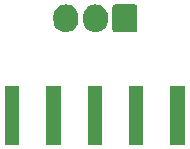
<source format=gbs>
G04 #@! TF.GenerationSoftware,KiCad,Pcbnew,5.0.1*
G04 #@! TF.CreationDate,2019-03-09T23:10:30-08:00*
G04 #@! TF.ProjectId,phoenix-adapter,70686F656E69782D616461707465722E,0.1*
G04 #@! TF.SameCoordinates,Original*
G04 #@! TF.FileFunction,Soldermask,Bot*
G04 #@! TF.FilePolarity,Negative*
%FSLAX46Y46*%
G04 Gerber Fmt 4.6, Leading zero omitted, Abs format (unit mm)*
G04 Created by KiCad (PCBNEW 5.0.1) date Sat 09 Mar 2019 11:10:30 PM PST*
%MOMM*%
%LPD*%
G01*
G04 APERTURE LIST*
%ADD10C,0.100000*%
G04 APERTURE END LIST*
D10*
G36*
X147300000Y-127300000D02*
X146100000Y-127300000D01*
X146100000Y-122300000D01*
X147300000Y-122300000D01*
X147300000Y-127300000D01*
X147300000Y-127300000D01*
G37*
G36*
X143800000Y-127300000D02*
X142600000Y-127300000D01*
X142600000Y-122300000D01*
X143800000Y-122300000D01*
X143800000Y-127300000D01*
X143800000Y-127300000D01*
G37*
G36*
X140300000Y-127300000D02*
X139100000Y-127300000D01*
X139100000Y-122300000D01*
X140300000Y-122300000D01*
X140300000Y-127300000D01*
X140300000Y-127300000D01*
G37*
G36*
X136800000Y-127300000D02*
X135600000Y-127300000D01*
X135600000Y-122300000D01*
X136800000Y-122300000D01*
X136800000Y-127300000D01*
X136800000Y-127300000D01*
G37*
G36*
X133300000Y-127300000D02*
X132100000Y-127300000D01*
X132100000Y-122300000D01*
X133300000Y-122300000D01*
X133300000Y-127300000D01*
X133300000Y-127300000D01*
G37*
G36*
X137445836Y-115426193D02*
X137567324Y-115463046D01*
X137643763Y-115486233D01*
X137826172Y-115583733D01*
X137986052Y-115714944D01*
X137986054Y-115714946D01*
X138117267Y-115874829D01*
X138180805Y-115993700D01*
X138214767Y-116057238D01*
X138214767Y-116057239D01*
X138274807Y-116255165D01*
X138290000Y-116409423D01*
X138290000Y-116762578D01*
X138274807Y-116916836D01*
X138234780Y-117048787D01*
X138214767Y-117114763D01*
X138117267Y-117297172D01*
X137990056Y-117452177D01*
X137986054Y-117457054D01*
X137826171Y-117588267D01*
X137758200Y-117624598D01*
X137643762Y-117685767D01*
X137610146Y-117695964D01*
X137445835Y-117745807D01*
X137240000Y-117766080D01*
X137034164Y-117745807D01*
X136869853Y-117695964D01*
X136836237Y-117685767D01*
X136653828Y-117588267D01*
X136493946Y-117457054D01*
X136489944Y-117452177D01*
X136362733Y-117297171D01*
X136265234Y-117114763D01*
X136265233Y-117114762D01*
X136245220Y-117048786D01*
X136205193Y-116916835D01*
X136190000Y-116762577D01*
X136190000Y-116409422D01*
X136205193Y-116255164D01*
X136245220Y-116123213D01*
X136265233Y-116057237D01*
X136362732Y-115874831D01*
X136362733Y-115874829D01*
X136493947Y-115714946D01*
X136493949Y-115714944D01*
X136653829Y-115583733D01*
X136836238Y-115486233D01*
X136912677Y-115463046D01*
X137034165Y-115426193D01*
X137240000Y-115405920D01*
X137445836Y-115426193D01*
X137445836Y-115426193D01*
G37*
G36*
X139945836Y-115426193D02*
X140067324Y-115463046D01*
X140143763Y-115486233D01*
X140326172Y-115583733D01*
X140486052Y-115714944D01*
X140486054Y-115714946D01*
X140617267Y-115874829D01*
X140680805Y-115993700D01*
X140714767Y-116057238D01*
X140714767Y-116057239D01*
X140774807Y-116255165D01*
X140790000Y-116409423D01*
X140790000Y-116762578D01*
X140774807Y-116916836D01*
X140734780Y-117048787D01*
X140714767Y-117114763D01*
X140617267Y-117297172D01*
X140490056Y-117452177D01*
X140486054Y-117457054D01*
X140326171Y-117588267D01*
X140258200Y-117624598D01*
X140143762Y-117685767D01*
X140110146Y-117695964D01*
X139945835Y-117745807D01*
X139740000Y-117766080D01*
X139534164Y-117745807D01*
X139369853Y-117695964D01*
X139336237Y-117685767D01*
X139153828Y-117588267D01*
X138993946Y-117457054D01*
X138989944Y-117452177D01*
X138862733Y-117297171D01*
X138765234Y-117114763D01*
X138765233Y-117114762D01*
X138745220Y-117048786D01*
X138705193Y-116916835D01*
X138690000Y-116762577D01*
X138690000Y-116409422D01*
X138705193Y-116255164D01*
X138745220Y-116123213D01*
X138765233Y-116057237D01*
X138862732Y-115874831D01*
X138862733Y-115874829D01*
X138993947Y-115714946D01*
X138993949Y-115714944D01*
X139153829Y-115583733D01*
X139336238Y-115486233D01*
X139412677Y-115463046D01*
X139534165Y-115426193D01*
X139740000Y-115405920D01*
X139945836Y-115426193D01*
X139945836Y-115426193D01*
G37*
G36*
X143112325Y-115415831D02*
X143153598Y-115428351D01*
X143191629Y-115448679D01*
X143224964Y-115476036D01*
X143252321Y-115509371D01*
X143272649Y-115547402D01*
X143285169Y-115588675D01*
X143290000Y-115637726D01*
X143290000Y-117534274D01*
X143285169Y-117583325D01*
X143272649Y-117624598D01*
X143252321Y-117662629D01*
X143224964Y-117695964D01*
X143191629Y-117723321D01*
X143153598Y-117743649D01*
X143112325Y-117756169D01*
X143063274Y-117761000D01*
X141416726Y-117761000D01*
X141367675Y-117756169D01*
X141326402Y-117743649D01*
X141288371Y-117723321D01*
X141255036Y-117695964D01*
X141227679Y-117662629D01*
X141207351Y-117624598D01*
X141194831Y-117583325D01*
X141190000Y-117534274D01*
X141190000Y-115637726D01*
X141194831Y-115588675D01*
X141207351Y-115547402D01*
X141227679Y-115509371D01*
X141255036Y-115476036D01*
X141288371Y-115448679D01*
X141326402Y-115428351D01*
X141367675Y-115415831D01*
X141416726Y-115411000D01*
X143063274Y-115411000D01*
X143112325Y-115415831D01*
X143112325Y-115415831D01*
G37*
M02*

</source>
